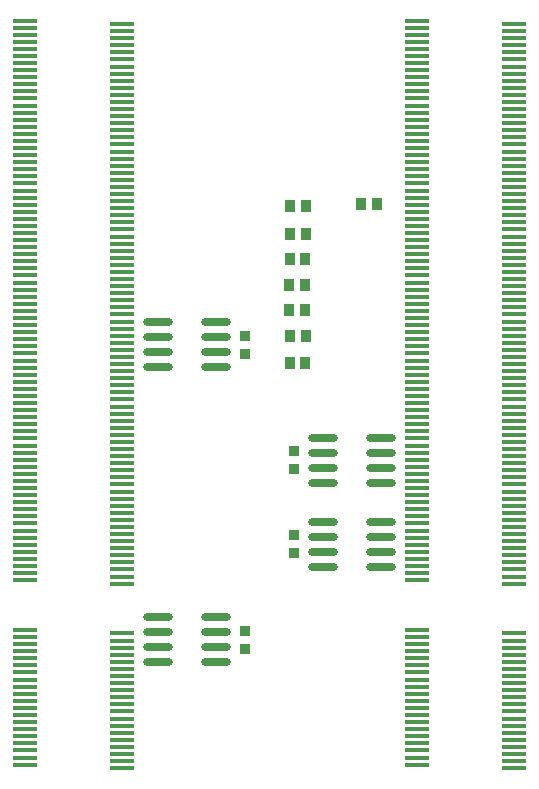
<source format=gtp>
G04 Layer_Color=7318015*
%FSLAX24Y24*%
%MOIN*%
G70*
G01*
G75*
%ADD10R,0.0807X0.0138*%
%ADD11R,0.0354X0.0394*%
%ADD12O,0.0984X0.0276*%
%ADD13R,0.0320X0.0350*%
D10*
X31772Y22860D02*
D03*
Y23096D02*
D03*
Y23333D02*
D03*
Y23569D02*
D03*
Y23805D02*
D03*
Y24041D02*
D03*
Y24277D02*
D03*
Y24513D02*
D03*
Y24749D02*
D03*
Y24985D02*
D03*
Y25222D02*
D03*
Y25458D02*
D03*
Y25694D02*
D03*
Y25930D02*
D03*
Y26166D02*
D03*
Y26402D02*
D03*
Y26638D02*
D03*
Y26874D02*
D03*
Y27111D02*
D03*
Y27347D02*
D03*
Y27583D02*
D03*
Y27819D02*
D03*
Y28055D02*
D03*
Y28291D02*
D03*
Y28527D02*
D03*
Y28763D02*
D03*
Y29000D02*
D03*
Y29236D02*
D03*
Y29472D02*
D03*
Y29708D02*
D03*
Y29944D02*
D03*
Y30180D02*
D03*
Y30416D02*
D03*
Y30652D02*
D03*
Y30889D02*
D03*
Y31125D02*
D03*
Y31361D02*
D03*
Y31597D02*
D03*
Y31833D02*
D03*
Y32069D02*
D03*
Y32305D02*
D03*
Y32541D02*
D03*
Y32778D02*
D03*
Y33014D02*
D03*
Y33250D02*
D03*
Y33486D02*
D03*
Y33722D02*
D03*
Y33958D02*
D03*
Y34194D02*
D03*
Y34430D02*
D03*
Y34667D02*
D03*
Y34903D02*
D03*
Y35139D02*
D03*
Y35375D02*
D03*
Y35611D02*
D03*
Y35847D02*
D03*
Y36083D02*
D03*
Y36319D02*
D03*
Y36556D02*
D03*
Y36792D02*
D03*
Y37028D02*
D03*
Y37264D02*
D03*
Y37500D02*
D03*
X28543Y20617D02*
D03*
Y20853D02*
D03*
Y21089D02*
D03*
Y21326D02*
D03*
Y21562D02*
D03*
Y21798D02*
D03*
Y22270D02*
D03*
Y22506D02*
D03*
Y22742D02*
D03*
Y22979D02*
D03*
Y23215D02*
D03*
Y23451D02*
D03*
Y23687D02*
D03*
Y23923D02*
D03*
Y24159D02*
D03*
Y24395D02*
D03*
Y24631D02*
D03*
Y24868D02*
D03*
Y25104D02*
D03*
Y25340D02*
D03*
Y25576D02*
D03*
Y25812D02*
D03*
Y26048D02*
D03*
Y26284D02*
D03*
Y26520D02*
D03*
Y26757D02*
D03*
Y26993D02*
D03*
Y27229D02*
D03*
Y27465D02*
D03*
Y27701D02*
D03*
Y27937D02*
D03*
Y28173D02*
D03*
Y28409D02*
D03*
Y28646D02*
D03*
Y28882D02*
D03*
Y29118D02*
D03*
Y29354D02*
D03*
Y29590D02*
D03*
Y30061D02*
D03*
Y30298D02*
D03*
Y30534D02*
D03*
Y30770D02*
D03*
Y31006D02*
D03*
Y31242D02*
D03*
Y31478D02*
D03*
Y31714D02*
D03*
Y31950D02*
D03*
Y32187D02*
D03*
Y32423D02*
D03*
Y32659D02*
D03*
Y32895D02*
D03*
Y33131D02*
D03*
Y33367D02*
D03*
Y33603D02*
D03*
Y33839D02*
D03*
Y34076D02*
D03*
Y34312D02*
D03*
Y34548D02*
D03*
Y34784D02*
D03*
Y35020D02*
D03*
Y35256D02*
D03*
Y35492D02*
D03*
Y35728D02*
D03*
Y35965D02*
D03*
Y36201D02*
D03*
Y36437D02*
D03*
Y36673D02*
D03*
Y36909D02*
D03*
Y37145D02*
D03*
Y37381D02*
D03*
Y37617D02*
D03*
Y22034D02*
D03*
Y29826D02*
D03*
X31772Y20735D02*
D03*
Y20971D02*
D03*
Y21208D02*
D03*
Y21444D02*
D03*
Y21680D02*
D03*
Y21916D02*
D03*
Y22152D02*
D03*
Y22388D02*
D03*
Y22624D02*
D03*
X28543Y20381D02*
D03*
X31772Y20499D02*
D03*
Y20263D02*
D03*
X28543Y20145D02*
D03*
Y19909D02*
D03*
Y19673D02*
D03*
Y19437D02*
D03*
Y19201D02*
D03*
Y18964D02*
D03*
X31772Y20027D02*
D03*
Y19791D02*
D03*
Y19555D02*
D03*
Y19319D02*
D03*
Y19082D02*
D03*
Y18846D02*
D03*
X28543Y17303D02*
D03*
Y17067D02*
D03*
Y16831D02*
D03*
Y16594D02*
D03*
Y16358D02*
D03*
X31772Y17185D02*
D03*
Y16949D02*
D03*
Y16713D02*
D03*
Y16476D02*
D03*
Y16240D02*
D03*
Y16004D02*
D03*
Y15768D02*
D03*
Y15532D02*
D03*
X28543Y16122D02*
D03*
Y15886D02*
D03*
Y15650D02*
D03*
Y15413D02*
D03*
X31772Y15295D02*
D03*
X28543Y15177D02*
D03*
Y14941D02*
D03*
Y14705D02*
D03*
Y14468D02*
D03*
Y14232D02*
D03*
Y13996D02*
D03*
Y13760D02*
D03*
X31772Y15059D02*
D03*
Y14823D02*
D03*
Y14350D02*
D03*
Y14114D02*
D03*
Y13878D02*
D03*
Y13642D02*
D03*
Y13406D02*
D03*
Y13169D02*
D03*
Y12933D02*
D03*
Y14587D02*
D03*
X28543Y13524D02*
D03*
Y13287D02*
D03*
Y13051D02*
D03*
Y12815D02*
D03*
X31772Y12697D02*
D03*
X18701Y22860D02*
D03*
Y23096D02*
D03*
Y23333D02*
D03*
Y23569D02*
D03*
Y23805D02*
D03*
Y24041D02*
D03*
Y24277D02*
D03*
Y24513D02*
D03*
Y24749D02*
D03*
Y24985D02*
D03*
Y25222D02*
D03*
Y25458D02*
D03*
Y25694D02*
D03*
Y25930D02*
D03*
Y26166D02*
D03*
Y26402D02*
D03*
Y26638D02*
D03*
Y26874D02*
D03*
Y27111D02*
D03*
Y27347D02*
D03*
Y27583D02*
D03*
Y27819D02*
D03*
Y28055D02*
D03*
Y28291D02*
D03*
Y28527D02*
D03*
Y28763D02*
D03*
Y29000D02*
D03*
Y29236D02*
D03*
Y29472D02*
D03*
Y29708D02*
D03*
Y29944D02*
D03*
Y30180D02*
D03*
Y30416D02*
D03*
Y30652D02*
D03*
Y30889D02*
D03*
Y31125D02*
D03*
Y31361D02*
D03*
Y31597D02*
D03*
Y31833D02*
D03*
Y32069D02*
D03*
Y32305D02*
D03*
Y32541D02*
D03*
Y32778D02*
D03*
Y33014D02*
D03*
Y33250D02*
D03*
Y33486D02*
D03*
Y33722D02*
D03*
Y33958D02*
D03*
Y34194D02*
D03*
Y34430D02*
D03*
Y34667D02*
D03*
Y34903D02*
D03*
Y35139D02*
D03*
Y35375D02*
D03*
Y35611D02*
D03*
Y35847D02*
D03*
Y36083D02*
D03*
Y36319D02*
D03*
Y36556D02*
D03*
Y36792D02*
D03*
Y37028D02*
D03*
Y37264D02*
D03*
Y37500D02*
D03*
X15472Y20617D02*
D03*
Y20853D02*
D03*
Y21089D02*
D03*
Y21326D02*
D03*
Y21562D02*
D03*
Y21798D02*
D03*
Y22270D02*
D03*
Y22506D02*
D03*
Y22742D02*
D03*
Y22979D02*
D03*
Y23215D02*
D03*
Y23451D02*
D03*
Y23687D02*
D03*
Y23923D02*
D03*
Y24159D02*
D03*
Y24395D02*
D03*
Y24631D02*
D03*
Y24868D02*
D03*
Y25104D02*
D03*
Y25340D02*
D03*
Y25576D02*
D03*
Y25812D02*
D03*
Y26048D02*
D03*
Y26284D02*
D03*
Y26520D02*
D03*
Y26757D02*
D03*
Y26993D02*
D03*
Y27229D02*
D03*
Y27465D02*
D03*
Y27701D02*
D03*
Y27937D02*
D03*
Y28173D02*
D03*
Y28409D02*
D03*
Y28646D02*
D03*
Y28882D02*
D03*
Y29118D02*
D03*
Y29354D02*
D03*
Y29590D02*
D03*
Y30061D02*
D03*
Y30298D02*
D03*
Y30534D02*
D03*
Y30770D02*
D03*
Y31006D02*
D03*
Y31242D02*
D03*
Y31478D02*
D03*
Y31714D02*
D03*
Y31950D02*
D03*
Y32187D02*
D03*
Y32423D02*
D03*
Y32659D02*
D03*
Y32895D02*
D03*
Y33131D02*
D03*
Y33367D02*
D03*
Y33603D02*
D03*
Y33839D02*
D03*
Y34076D02*
D03*
Y34312D02*
D03*
Y34548D02*
D03*
Y34784D02*
D03*
Y35020D02*
D03*
Y35256D02*
D03*
Y35492D02*
D03*
Y35728D02*
D03*
Y35965D02*
D03*
Y36201D02*
D03*
Y36437D02*
D03*
Y36673D02*
D03*
Y36909D02*
D03*
Y37145D02*
D03*
Y37381D02*
D03*
Y37617D02*
D03*
Y22034D02*
D03*
Y29826D02*
D03*
X18701Y20735D02*
D03*
Y20971D02*
D03*
Y21208D02*
D03*
Y21444D02*
D03*
Y21680D02*
D03*
Y21916D02*
D03*
Y22152D02*
D03*
Y22388D02*
D03*
Y22624D02*
D03*
X15472Y20381D02*
D03*
X18701Y20499D02*
D03*
Y20263D02*
D03*
X15472Y20145D02*
D03*
Y19909D02*
D03*
Y19673D02*
D03*
Y19437D02*
D03*
Y19201D02*
D03*
Y18964D02*
D03*
X18701Y20027D02*
D03*
Y19791D02*
D03*
Y19555D02*
D03*
Y19319D02*
D03*
Y19082D02*
D03*
Y18846D02*
D03*
X15472Y17303D02*
D03*
Y17067D02*
D03*
Y16831D02*
D03*
Y16594D02*
D03*
Y16358D02*
D03*
X18701Y17185D02*
D03*
Y16949D02*
D03*
Y16713D02*
D03*
Y16476D02*
D03*
Y16240D02*
D03*
Y16004D02*
D03*
Y15768D02*
D03*
Y15532D02*
D03*
X15472Y16122D02*
D03*
Y15886D02*
D03*
Y15650D02*
D03*
Y15413D02*
D03*
X18701Y15295D02*
D03*
X15472Y15177D02*
D03*
Y14941D02*
D03*
Y14705D02*
D03*
Y14468D02*
D03*
Y14232D02*
D03*
Y13996D02*
D03*
Y13760D02*
D03*
X18701Y15059D02*
D03*
Y14823D02*
D03*
Y14350D02*
D03*
Y14114D02*
D03*
Y13878D02*
D03*
Y13642D02*
D03*
Y13406D02*
D03*
Y13169D02*
D03*
Y12933D02*
D03*
Y14587D02*
D03*
X15472Y13524D02*
D03*
Y13287D02*
D03*
Y13051D02*
D03*
Y12815D02*
D03*
X18701Y12697D02*
D03*
D11*
X24823Y26191D02*
D03*
X24291D02*
D03*
X24833Y27106D02*
D03*
X24301D02*
D03*
X24803Y28809D02*
D03*
X24272D02*
D03*
X24823Y29656D02*
D03*
X24291D02*
D03*
X24833Y30512D02*
D03*
X24301D02*
D03*
X24833Y31437D02*
D03*
X24301D02*
D03*
X27215Y31496D02*
D03*
X26683D02*
D03*
X24803Y27953D02*
D03*
X24272D02*
D03*
D12*
X19902Y27561D02*
D03*
Y27061D02*
D03*
Y26561D02*
D03*
Y26061D02*
D03*
X21831Y27561D02*
D03*
Y27061D02*
D03*
Y26561D02*
D03*
Y26061D02*
D03*
X19902Y17718D02*
D03*
Y17219D02*
D03*
Y16718D02*
D03*
Y16219D02*
D03*
X21831Y17718D02*
D03*
Y17219D02*
D03*
Y16718D02*
D03*
Y16219D02*
D03*
X27343Y19407D02*
D03*
Y19907D02*
D03*
Y20407D02*
D03*
Y20907D02*
D03*
X25413Y19407D02*
D03*
Y19907D02*
D03*
Y20407D02*
D03*
Y20907D02*
D03*
X27343Y22203D02*
D03*
Y22703D02*
D03*
Y23203D02*
D03*
Y23703D02*
D03*
X25413Y22203D02*
D03*
Y22703D02*
D03*
Y23203D02*
D03*
Y23703D02*
D03*
D13*
X22795Y26511D02*
D03*
Y27111D02*
D03*
Y16668D02*
D03*
Y17269D02*
D03*
X24449Y20457D02*
D03*
Y19857D02*
D03*
Y23253D02*
D03*
Y22653D02*
D03*
M02*

</source>
